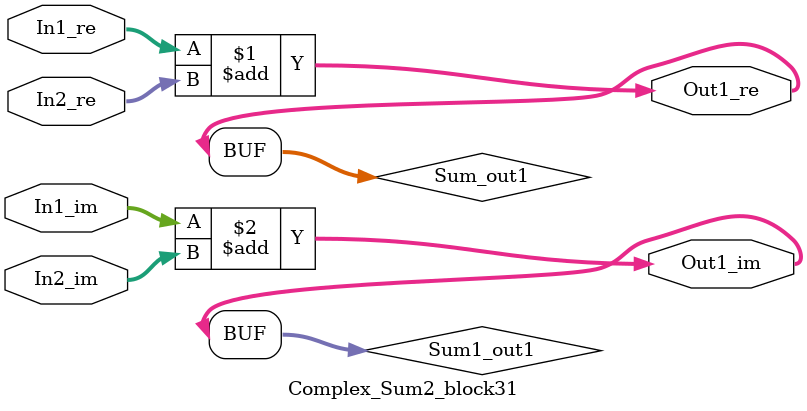
<source format=v>



`timescale 1 ns / 1 ns

module Complex_Sum2_block31
          (In1_re,
           In1_im,
           In2_re,
           In2_im,
           Out1_re,
           Out1_im);


  input   signed [36:0] In1_re;  // sfix37_En22
  input   signed [36:0] In1_im;  // sfix37_En22
  input   signed [36:0] In2_re;  // sfix37_En22
  input   signed [36:0] In2_im;  // sfix37_En22
  output  signed [36:0] Out1_re;  // sfix37_En22
  output  signed [36:0] Out1_im;  // sfix37_En22


  wire signed [36:0] Sum_out1;  // sfix37_En22
  wire signed [36:0] Sum1_out1;  // sfix37_En22


  assign Sum_out1 = In1_re + In2_re;



  assign Out1_re = Sum_out1;

  assign Sum1_out1 = In1_im + In2_im;



  assign Out1_im = Sum1_out1;

endmodule  // Complex_Sum2_block31


</source>
